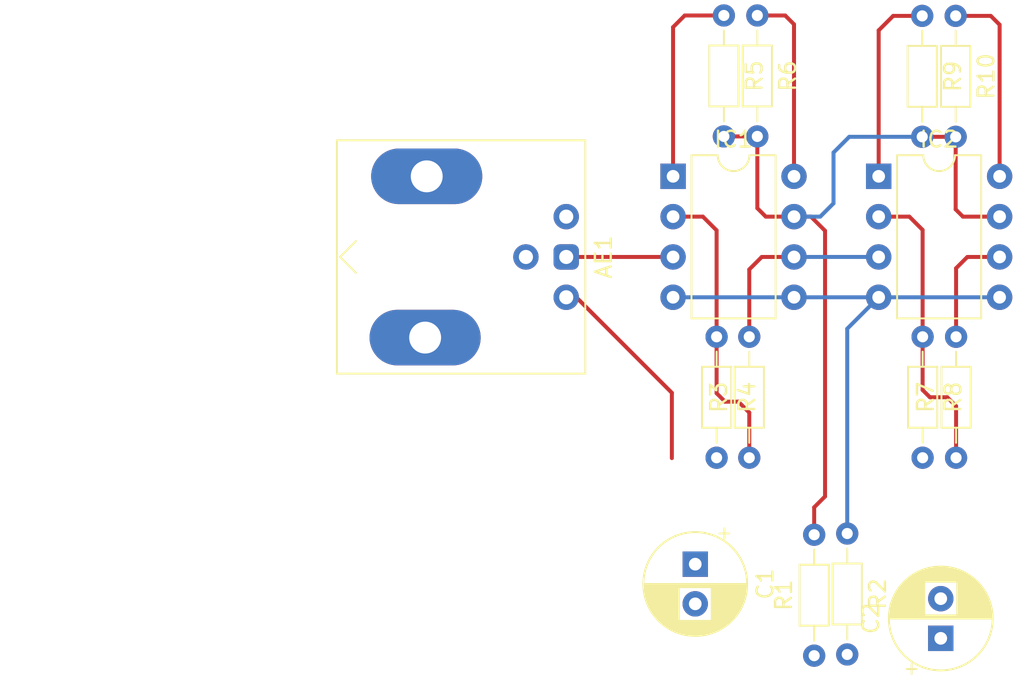
<source format=kicad_pcb>
(kicad_pcb (version 20171130) (host pcbnew 5.1.9)

  (general
    (thickness 1.6)
    (drawings 0)
    (tracks 63)
    (zones 0)
    (modules 15)
    (nets 13)
  )

  (page A4)
  (layers
    (0 F.Cu signal)
    (31 B.Cu signal)
    (32 B.Adhes user)
    (33 F.Adhes user)
    (34 B.Paste user)
    (35 F.Paste user)
    (36 B.SilkS user)
    (37 F.SilkS user)
    (38 B.Mask user)
    (39 F.Mask user)
    (40 Dwgs.User user)
    (41 Cmts.User user)
    (42 Eco1.User user)
    (43 Eco2.User user)
    (44 Edge.Cuts user)
    (45 Margin user)
    (46 B.CrtYd user)
    (47 F.CrtYd user)
    (48 B.Fab user)
    (49 F.Fab user)
  )

  (setup
    (last_trace_width 0.25)
    (trace_clearance 0.2)
    (zone_clearance 0.3)
    (zone_45_only no)
    (trace_min 0.2)
    (via_size 0.8)
    (via_drill 0.4)
    (via_min_size 0.4)
    (via_min_drill 0.3)
    (uvia_size 0.3)
    (uvia_drill 0.1)
    (uvias_allowed no)
    (uvia_min_size 0.2)
    (uvia_min_drill 0.1)
    (edge_width 0.05)
    (segment_width 0.2)
    (pcb_text_width 0.3)
    (pcb_text_size 1.5 1.5)
    (mod_edge_width 0.12)
    (mod_text_size 1 1)
    (mod_text_width 0.15)
    (pad_size 1.524 1.524)
    (pad_drill 0.762)
    (pad_to_mask_clearance 0)
    (aux_axis_origin 0 0)
    (visible_elements FFFFFFFF)
    (pcbplotparams
      (layerselection 0x010fc_ffffffff)
      (usegerberextensions false)
      (usegerberattributes true)
      (usegerberadvancedattributes true)
      (creategerberjobfile true)
      (excludeedgelayer true)
      (linewidth 0.100000)
      (plotframeref false)
      (viasonmask false)
      (mode 1)
      (useauxorigin false)
      (hpglpennumber 1)
      (hpglpenspeed 20)
      (hpglpendiameter 15.000000)
      (psnegative false)
      (psa4output false)
      (plotreference true)
      (plotvalue true)
      (plotinvisibletext false)
      (padsonsilk false)
      (subtractmaskfromsilk false)
      (outputformat 1)
      (mirror false)
      (drillshape 1)
      (scaleselection 1)
      (outputdirectory ""))
  )

  (net 0 "")
  (net 1 Signal_GND)
  (net 2 "Net-(AE1-Pad1)")
  (net 3 VCC)
  (net 4 GND)
  (net 5 "Net-(IC1-Pad8)")
  (net 6 "Net-(IC1-Pad6)")
  (net 7 "Net-(IC1-Pad2)")
  (net 8 "Net-(IC1-Pad1)")
  (net 9 "Net-(IC2-Pad8)")
  (net 10 Signal_OUT)
  (net 11 "Net-(IC2-Pad2)")
  (net 12 "Net-(IC2-Pad1)")

  (net_class Default "This is the default net class."
    (clearance 0.2)
    (trace_width 0.25)
    (via_dia 0.8)
    (via_drill 0.4)
    (uvia_dia 0.3)
    (uvia_drill 0.1)
    (add_net GND)
    (add_net "Net-(AE1-Pad1)")
    (add_net "Net-(IC1-Pad1)")
    (add_net "Net-(IC1-Pad2)")
    (add_net "Net-(IC1-Pad6)")
    (add_net "Net-(IC1-Pad8)")
    (add_net "Net-(IC2-Pad1)")
    (add_net "Net-(IC2-Pad2)")
    (add_net "Net-(IC2-Pad8)")
    (add_net Signal_GND)
    (add_net Signal_OUT)
    (add_net VCC)
  )

  (module Package_DIP:DIP-8_W7.62mm (layer F.Cu) (tedit 5A02E8C5) (tstamp 6031B9E2)
    (at 219.1766 123.6726)
    (descr "8-lead though-hole mounted DIP package, row spacing 7.62 mm (300 mils)")
    (tags "THT DIP DIL PDIP 2.54mm 7.62mm 300mil")
    (path /600D6511)
    (fp_text reference IC1 (at 3.81 -2.33) (layer F.SilkS)
      (effects (font (size 1 1) (thickness 0.15)))
    )
    (fp_text value OP27 (at 3.81 9.95) (layer F.Fab)
      (effects (font (size 1 1) (thickness 0.15)))
    )
    (fp_line (start 8.7 -1.55) (end -1.1 -1.55) (layer F.CrtYd) (width 0.05))
    (fp_line (start 8.7 9.15) (end 8.7 -1.55) (layer F.CrtYd) (width 0.05))
    (fp_line (start -1.1 9.15) (end 8.7 9.15) (layer F.CrtYd) (width 0.05))
    (fp_line (start -1.1 -1.55) (end -1.1 9.15) (layer F.CrtYd) (width 0.05))
    (fp_line (start 6.46 -1.33) (end 4.81 -1.33) (layer F.SilkS) (width 0.12))
    (fp_line (start 6.46 8.95) (end 6.46 -1.33) (layer F.SilkS) (width 0.12))
    (fp_line (start 1.16 8.95) (end 6.46 8.95) (layer F.SilkS) (width 0.12))
    (fp_line (start 1.16 -1.33) (end 1.16 8.95) (layer F.SilkS) (width 0.12))
    (fp_line (start 2.81 -1.33) (end 1.16 -1.33) (layer F.SilkS) (width 0.12))
    (fp_line (start 0.635 -0.27) (end 1.635 -1.27) (layer F.Fab) (width 0.1))
    (fp_line (start 0.635 8.89) (end 0.635 -0.27) (layer F.Fab) (width 0.1))
    (fp_line (start 6.985 8.89) (end 0.635 8.89) (layer F.Fab) (width 0.1))
    (fp_line (start 6.985 -1.27) (end 6.985 8.89) (layer F.Fab) (width 0.1))
    (fp_line (start 1.635 -1.27) (end 6.985 -1.27) (layer F.Fab) (width 0.1))
    (fp_text user %R (at 3.81 3.81) (layer F.Fab)
      (effects (font (size 1 1) (thickness 0.15)))
    )
    (fp_arc (start 3.81 -1.33) (end 2.81 -1.33) (angle -180) (layer F.SilkS) (width 0.12))
    (pad 8 thru_hole oval (at 7.62 0) (size 1.6 1.6) (drill 0.8) (layers *.Cu *.Mask)
      (net 5 "Net-(IC1-Pad8)"))
    (pad 4 thru_hole oval (at 0 7.62) (size 1.6 1.6) (drill 0.8) (layers *.Cu *.Mask)
      (net 4 GND))
    (pad 7 thru_hole oval (at 7.62 2.54) (size 1.6 1.6) (drill 0.8) (layers *.Cu *.Mask)
      (net 3 VCC))
    (pad 3 thru_hole oval (at 0 5.08) (size 1.6 1.6) (drill 0.8) (layers *.Cu *.Mask)
      (net 2 "Net-(AE1-Pad1)"))
    (pad 6 thru_hole oval (at 7.62 5.08) (size 1.6 1.6) (drill 0.8) (layers *.Cu *.Mask)
      (net 6 "Net-(IC1-Pad6)"))
    (pad 2 thru_hole oval (at 0 2.54) (size 1.6 1.6) (drill 0.8) (layers *.Cu *.Mask)
      (net 7 "Net-(IC1-Pad2)"))
    (pad 5 thru_hole oval (at 7.62 7.62) (size 1.6 1.6) (drill 0.8) (layers *.Cu *.Mask)
      (net 4 GND))
    (pad 1 thru_hole rect (at 0 0) (size 1.6 1.6) (drill 0.8) (layers *.Cu *.Mask)
      (net 8 "Net-(IC1-Pad1)"))
    (model ${KISYS3DMOD}/Package_DIP.3dshapes/DIP-8_W7.62mm.wrl
      (at (xyz 0 0 0))
      (scale (xyz 1 1 1))
      (rotate (xyz 0 0 0))
    )
  )

  (module Package_DIP:DIP-8_W7.62mm (layer F.Cu) (tedit 5A02E8C5) (tstamp 6031F3D2)
    (at 232.1306 123.6726)
    (descr "8-lead though-hole mounted DIP package, row spacing 7.62 mm (300 mils)")
    (tags "THT DIP DIL PDIP 2.54mm 7.62mm 300mil")
    (path /600ED051)
    (fp_text reference IC2 (at 3.81 -2.33) (layer F.SilkS)
      (effects (font (size 1 1) (thickness 0.15)))
    )
    (fp_text value OP27 (at 3.81 9.95) (layer F.Fab)
      (effects (font (size 1 1) (thickness 0.15)))
    )
    (fp_line (start 8.7 -1.55) (end -1.1 -1.55) (layer F.CrtYd) (width 0.05))
    (fp_line (start 8.7 9.15) (end 8.7 -1.55) (layer F.CrtYd) (width 0.05))
    (fp_line (start -1.1 9.15) (end 8.7 9.15) (layer F.CrtYd) (width 0.05))
    (fp_line (start -1.1 -1.55) (end -1.1 9.15) (layer F.CrtYd) (width 0.05))
    (fp_line (start 6.46 -1.33) (end 4.81 -1.33) (layer F.SilkS) (width 0.12))
    (fp_line (start 6.46 8.95) (end 6.46 -1.33) (layer F.SilkS) (width 0.12))
    (fp_line (start 1.16 8.95) (end 6.46 8.95) (layer F.SilkS) (width 0.12))
    (fp_line (start 1.16 -1.33) (end 1.16 8.95) (layer F.SilkS) (width 0.12))
    (fp_line (start 2.81 -1.33) (end 1.16 -1.33) (layer F.SilkS) (width 0.12))
    (fp_line (start 0.635 -0.27) (end 1.635 -1.27) (layer F.Fab) (width 0.1))
    (fp_line (start 0.635 8.89) (end 0.635 -0.27) (layer F.Fab) (width 0.1))
    (fp_line (start 6.985 8.89) (end 0.635 8.89) (layer F.Fab) (width 0.1))
    (fp_line (start 6.985 -1.27) (end 6.985 8.89) (layer F.Fab) (width 0.1))
    (fp_line (start 1.635 -1.27) (end 6.985 -1.27) (layer F.Fab) (width 0.1))
    (fp_text user %R (at 3.81 3.81) (layer F.Fab)
      (effects (font (size 1 1) (thickness 0.15)))
    )
    (fp_arc (start 3.81 -1.33) (end 2.81 -1.33) (angle -180) (layer F.SilkS) (width 0.12))
    (pad 8 thru_hole oval (at 7.62 0) (size 1.6 1.6) (drill 0.8) (layers *.Cu *.Mask)
      (net 9 "Net-(IC2-Pad8)"))
    (pad 4 thru_hole oval (at 0 7.62) (size 1.6 1.6) (drill 0.8) (layers *.Cu *.Mask)
      (net 4 GND))
    (pad 7 thru_hole oval (at 7.62 2.54) (size 1.6 1.6) (drill 0.8) (layers *.Cu *.Mask)
      (net 3 VCC))
    (pad 3 thru_hole oval (at 0 5.08) (size 1.6 1.6) (drill 0.8) (layers *.Cu *.Mask)
      (net 6 "Net-(IC1-Pad6)"))
    (pad 6 thru_hole oval (at 7.62 5.08) (size 1.6 1.6) (drill 0.8) (layers *.Cu *.Mask)
      (net 10 Signal_OUT))
    (pad 2 thru_hole oval (at 0 2.54) (size 1.6 1.6) (drill 0.8) (layers *.Cu *.Mask)
      (net 11 "Net-(IC2-Pad2)"))
    (pad 5 thru_hole oval (at 7.62 7.62) (size 1.6 1.6) (drill 0.8) (layers *.Cu *.Mask)
      (net 4 GND))
    (pad 1 thru_hole rect (at 0 0) (size 1.6 1.6) (drill 0.8) (layers *.Cu *.Mask)
      (net 12 "Net-(IC2-Pad1)"))
    (model ${KISYS3DMOD}/Package_DIP.3dshapes/DIP-8_W7.62mm.wrl
      (at (xyz 0 0 0))
      (scale (xyz 1 1 1))
      (rotate (xyz 0 0 0))
    )
  )

  (module Resistor_THT:R_Axial_DIN0204_L3.6mm_D1.6mm_P7.62mm_Horizontal (layer F.Cu) (tedit 5AE5139B) (tstamp 6031BA71)
    (at 222.377 113.538 270)
    (descr "Resistor, Axial_DIN0204 series, Axial, Horizontal, pin pitch=7.62mm, 0.167W, length*diameter=3.6*1.6mm^2, http://cdn-reichelt.de/documents/datenblatt/B400/1_4W%23YAG.pdf")
    (tags "Resistor Axial_DIN0204 series Axial Horizontal pin pitch 7.62mm 0.167W length 3.6mm diameter 1.6mm")
    (path /60125FD6)
    (fp_text reference R5 (at 3.81 -1.92 90) (layer F.SilkS)
      (effects (font (size 1 1) (thickness 0.15)))
    )
    (fp_text value 5k (at 3.81 1.92 90) (layer F.Fab)
      (effects (font (size 1 1) (thickness 0.15)))
    )
    (fp_line (start 8.57 -1.05) (end -0.95 -1.05) (layer F.CrtYd) (width 0.05))
    (fp_line (start 8.57 1.05) (end 8.57 -1.05) (layer F.CrtYd) (width 0.05))
    (fp_line (start -0.95 1.05) (end 8.57 1.05) (layer F.CrtYd) (width 0.05))
    (fp_line (start -0.95 -1.05) (end -0.95 1.05) (layer F.CrtYd) (width 0.05))
    (fp_line (start 6.68 0) (end 5.73 0) (layer F.SilkS) (width 0.12))
    (fp_line (start 0.94 0) (end 1.89 0) (layer F.SilkS) (width 0.12))
    (fp_line (start 5.73 -0.92) (end 1.89 -0.92) (layer F.SilkS) (width 0.12))
    (fp_line (start 5.73 0.92) (end 5.73 -0.92) (layer F.SilkS) (width 0.12))
    (fp_line (start 1.89 0.92) (end 5.73 0.92) (layer F.SilkS) (width 0.12))
    (fp_line (start 1.89 -0.92) (end 1.89 0.92) (layer F.SilkS) (width 0.12))
    (fp_line (start 7.62 0) (end 5.61 0) (layer F.Fab) (width 0.1))
    (fp_line (start 0 0) (end 2.01 0) (layer F.Fab) (width 0.1))
    (fp_line (start 5.61 -0.8) (end 2.01 -0.8) (layer F.Fab) (width 0.1))
    (fp_line (start 5.61 0.8) (end 5.61 -0.8) (layer F.Fab) (width 0.1))
    (fp_line (start 2.01 0.8) (end 5.61 0.8) (layer F.Fab) (width 0.1))
    (fp_line (start 2.01 -0.8) (end 2.01 0.8) (layer F.Fab) (width 0.1))
    (fp_text user %R (at 3.81 0 90) (layer F.Fab)
      (effects (font (size 0.72 0.72) (thickness 0.108)))
    )
    (pad 2 thru_hole oval (at 7.62 0 270) (size 1.4 1.4) (drill 0.7) (layers *.Cu *.Mask)
      (net 3 VCC))
    (pad 1 thru_hole circle (at 0 0 270) (size 1.4 1.4) (drill 0.7) (layers *.Cu *.Mask)
      (net 8 "Net-(IC1-Pad1)"))
    (model ${KISYS3DMOD}/Resistor_THT.3dshapes/R_Axial_DIN0204_L3.6mm_D1.6mm_P7.62mm_Horizontal.wrl
      (at (xyz 0 0 0))
      (scale (xyz 1 1 1))
      (rotate (xyz 0 0 0))
    )
  )

  (module Resistor_THT:R_Axial_DIN0204_L3.6mm_D1.6mm_P7.62mm_Horizontal (layer F.Cu) (tedit 5AE5139B) (tstamp 6031BAE4)
    (at 236.982 113.5634 270)
    (descr "Resistor, Axial_DIN0204 series, Axial, Horizontal, pin pitch=7.62mm, 0.167W, length*diameter=3.6*1.6mm^2, http://cdn-reichelt.de/documents/datenblatt/B400/1_4W%23YAG.pdf")
    (tags "Resistor Axial_DIN0204 series Axial Horizontal pin pitch 7.62mm 0.167W length 3.6mm diameter 1.6mm")
    (path /6012E6F5)
    (fp_text reference R10 (at 3.81 -1.92 90) (layer F.SilkS)
      (effects (font (size 1 1) (thickness 0.15)))
    )
    (fp_text value 5k (at 3.81 1.92 90) (layer F.Fab)
      (effects (font (size 1 1) (thickness 0.15)))
    )
    (fp_line (start 8.57 -1.05) (end -0.95 -1.05) (layer F.CrtYd) (width 0.05))
    (fp_line (start 8.57 1.05) (end 8.57 -1.05) (layer F.CrtYd) (width 0.05))
    (fp_line (start -0.95 1.05) (end 8.57 1.05) (layer F.CrtYd) (width 0.05))
    (fp_line (start -0.95 -1.05) (end -0.95 1.05) (layer F.CrtYd) (width 0.05))
    (fp_line (start 6.68 0) (end 5.73 0) (layer F.SilkS) (width 0.12))
    (fp_line (start 0.94 0) (end 1.89 0) (layer F.SilkS) (width 0.12))
    (fp_line (start 5.73 -0.92) (end 1.89 -0.92) (layer F.SilkS) (width 0.12))
    (fp_line (start 5.73 0.92) (end 5.73 -0.92) (layer F.SilkS) (width 0.12))
    (fp_line (start 1.89 0.92) (end 5.73 0.92) (layer F.SilkS) (width 0.12))
    (fp_line (start 1.89 -0.92) (end 1.89 0.92) (layer F.SilkS) (width 0.12))
    (fp_line (start 7.62 0) (end 5.61 0) (layer F.Fab) (width 0.1))
    (fp_line (start 0 0) (end 2.01 0) (layer F.Fab) (width 0.1))
    (fp_line (start 5.61 -0.8) (end 2.01 -0.8) (layer F.Fab) (width 0.1))
    (fp_line (start 5.61 0.8) (end 5.61 -0.8) (layer F.Fab) (width 0.1))
    (fp_line (start 2.01 0.8) (end 5.61 0.8) (layer F.Fab) (width 0.1))
    (fp_line (start 2.01 -0.8) (end 2.01 0.8) (layer F.Fab) (width 0.1))
    (fp_text user %R (at 3.81 0 90) (layer F.Fab)
      (effects (font (size 0.72 0.72) (thickness 0.108)))
    )
    (pad 2 thru_hole oval (at 7.62 0 270) (size 1.4 1.4) (drill 0.7) (layers *.Cu *.Mask)
      (net 3 VCC))
    (pad 1 thru_hole circle (at 0 0 270) (size 1.4 1.4) (drill 0.7) (layers *.Cu *.Mask)
      (net 9 "Net-(IC2-Pad8)"))
    (model ${KISYS3DMOD}/Resistor_THT.3dshapes/R_Axial_DIN0204_L3.6mm_D1.6mm_P7.62mm_Horizontal.wrl
      (at (xyz 0 0 0))
      (scale (xyz 1 1 1))
      (rotate (xyz 0 0 0))
    )
  )

  (module Resistor_THT:R_Axial_DIN0204_L3.6mm_D1.6mm_P7.62mm_Horizontal (layer F.Cu) (tedit 5AE5139B) (tstamp 6031BACD)
    (at 234.8738 113.5634 270)
    (descr "Resistor, Axial_DIN0204 series, Axial, Horizontal, pin pitch=7.62mm, 0.167W, length*diameter=3.6*1.6mm^2, http://cdn-reichelt.de/documents/datenblatt/B400/1_4W%23YAG.pdf")
    (tags "Resistor Axial_DIN0204 series Axial Horizontal pin pitch 7.62mm 0.167W length 3.6mm diameter 1.6mm")
    (path /6012E6FB)
    (fp_text reference R9 (at 3.81 -1.92 90) (layer F.SilkS)
      (effects (font (size 1 1) (thickness 0.15)))
    )
    (fp_text value 5k (at 3.81 1.92 90) (layer F.Fab)
      (effects (font (size 1 1) (thickness 0.15)))
    )
    (fp_line (start 8.57 -1.05) (end -0.95 -1.05) (layer F.CrtYd) (width 0.05))
    (fp_line (start 8.57 1.05) (end 8.57 -1.05) (layer F.CrtYd) (width 0.05))
    (fp_line (start -0.95 1.05) (end 8.57 1.05) (layer F.CrtYd) (width 0.05))
    (fp_line (start -0.95 -1.05) (end -0.95 1.05) (layer F.CrtYd) (width 0.05))
    (fp_line (start 6.68 0) (end 5.73 0) (layer F.SilkS) (width 0.12))
    (fp_line (start 0.94 0) (end 1.89 0) (layer F.SilkS) (width 0.12))
    (fp_line (start 5.73 -0.92) (end 1.89 -0.92) (layer F.SilkS) (width 0.12))
    (fp_line (start 5.73 0.92) (end 5.73 -0.92) (layer F.SilkS) (width 0.12))
    (fp_line (start 1.89 0.92) (end 5.73 0.92) (layer F.SilkS) (width 0.12))
    (fp_line (start 1.89 -0.92) (end 1.89 0.92) (layer F.SilkS) (width 0.12))
    (fp_line (start 7.62 0) (end 5.61 0) (layer F.Fab) (width 0.1))
    (fp_line (start 0 0) (end 2.01 0) (layer F.Fab) (width 0.1))
    (fp_line (start 5.61 -0.8) (end 2.01 -0.8) (layer F.Fab) (width 0.1))
    (fp_line (start 5.61 0.8) (end 5.61 -0.8) (layer F.Fab) (width 0.1))
    (fp_line (start 2.01 0.8) (end 5.61 0.8) (layer F.Fab) (width 0.1))
    (fp_line (start 2.01 -0.8) (end 2.01 0.8) (layer F.Fab) (width 0.1))
    (fp_text user %R (at 3.81 0 90) (layer F.Fab)
      (effects (font (size 0.72 0.72) (thickness 0.108)))
    )
    (pad 2 thru_hole oval (at 7.62 0 270) (size 1.4 1.4) (drill 0.7) (layers *.Cu *.Mask)
      (net 3 VCC))
    (pad 1 thru_hole circle (at 0 0 270) (size 1.4 1.4) (drill 0.7) (layers *.Cu *.Mask)
      (net 12 "Net-(IC2-Pad1)"))
    (model ${KISYS3DMOD}/Resistor_THT.3dshapes/R_Axial_DIN0204_L3.6mm_D1.6mm_P7.62mm_Horizontal.wrl
      (at (xyz 0 0 0))
      (scale (xyz 1 1 1))
      (rotate (xyz 0 0 0))
    )
  )

  (module Resistor_THT:R_Axial_DIN0204_L3.6mm_D1.6mm_P7.62mm_Horizontal (layer F.Cu) (tedit 5AE5139B) (tstamp 6031BAB6)
    (at 234.8992 133.7818 270)
    (descr "Resistor, Axial_DIN0204 series, Axial, Horizontal, pin pitch=7.62mm, 0.167W, length*diameter=3.6*1.6mm^2, http://cdn-reichelt.de/documents/datenblatt/B400/1_4W%23YAG.pdf")
    (tags "Resistor Axial_DIN0204 series Axial Horizontal pin pitch 7.62mm 0.167W length 3.6mm diameter 1.6mm")
    (path /600ED045)
    (fp_text reference R8 (at 3.81 -1.92 90) (layer F.SilkS)
      (effects (font (size 1 1) (thickness 0.15)))
    )
    (fp_text value 2.2k (at 3.81 1.92 90) (layer F.Fab)
      (effects (font (size 1 1) (thickness 0.15)))
    )
    (fp_line (start 8.57 -1.05) (end -0.95 -1.05) (layer F.CrtYd) (width 0.05))
    (fp_line (start 8.57 1.05) (end 8.57 -1.05) (layer F.CrtYd) (width 0.05))
    (fp_line (start -0.95 1.05) (end 8.57 1.05) (layer F.CrtYd) (width 0.05))
    (fp_line (start -0.95 -1.05) (end -0.95 1.05) (layer F.CrtYd) (width 0.05))
    (fp_line (start 6.68 0) (end 5.73 0) (layer F.SilkS) (width 0.12))
    (fp_line (start 0.94 0) (end 1.89 0) (layer F.SilkS) (width 0.12))
    (fp_line (start 5.73 -0.92) (end 1.89 -0.92) (layer F.SilkS) (width 0.12))
    (fp_line (start 5.73 0.92) (end 5.73 -0.92) (layer F.SilkS) (width 0.12))
    (fp_line (start 1.89 0.92) (end 5.73 0.92) (layer F.SilkS) (width 0.12))
    (fp_line (start 1.89 -0.92) (end 1.89 0.92) (layer F.SilkS) (width 0.12))
    (fp_line (start 7.62 0) (end 5.61 0) (layer F.Fab) (width 0.1))
    (fp_line (start 0 0) (end 2.01 0) (layer F.Fab) (width 0.1))
    (fp_line (start 5.61 -0.8) (end 2.01 -0.8) (layer F.Fab) (width 0.1))
    (fp_line (start 5.61 0.8) (end 5.61 -0.8) (layer F.Fab) (width 0.1))
    (fp_line (start 2.01 0.8) (end 5.61 0.8) (layer F.Fab) (width 0.1))
    (fp_line (start 2.01 -0.8) (end 2.01 0.8) (layer F.Fab) (width 0.1))
    (fp_text user %R (at 3.81 0 90) (layer F.Fab)
      (effects (font (size 0.72 0.72) (thickness 0.108)))
    )
    (pad 2 thru_hole oval (at 7.62 0 270) (size 1.4 1.4) (drill 0.7) (layers *.Cu *.Mask)
      (net 1 Signal_GND))
    (pad 1 thru_hole circle (at 0 0 270) (size 1.4 1.4) (drill 0.7) (layers *.Cu *.Mask)
      (net 11 "Net-(IC2-Pad2)"))
    (model ${KISYS3DMOD}/Resistor_THT.3dshapes/R_Axial_DIN0204_L3.6mm_D1.6mm_P7.62mm_Horizontal.wrl
      (at (xyz 0 0 0))
      (scale (xyz 1 1 1))
      (rotate (xyz 0 0 0))
    )
  )

  (module Resistor_THT:R_Axial_DIN0204_L3.6mm_D1.6mm_P7.62mm_Horizontal (layer F.Cu) (tedit 5AE5139B) (tstamp 6031BA9F)
    (at 237.0074 141.4018 90)
    (descr "Resistor, Axial_DIN0204 series, Axial, Horizontal, pin pitch=7.62mm, 0.167W, length*diameter=3.6*1.6mm^2, http://cdn-reichelt.de/documents/datenblatt/B400/1_4W%23YAG.pdf")
    (tags "Resistor Axial_DIN0204 series Axial Horizontal pin pitch 7.62mm 0.167W length 3.6mm diameter 1.6mm")
    (path /600ED04B)
    (fp_text reference R7 (at 3.81 -1.92 90) (layer F.SilkS)
      (effects (font (size 1 1) (thickness 0.15)))
    )
    (fp_text value 47k (at 3.81 1.92 90) (layer F.Fab)
      (effects (font (size 1 1) (thickness 0.15)))
    )
    (fp_line (start 8.57 -1.05) (end -0.95 -1.05) (layer F.CrtYd) (width 0.05))
    (fp_line (start 8.57 1.05) (end 8.57 -1.05) (layer F.CrtYd) (width 0.05))
    (fp_line (start -0.95 1.05) (end 8.57 1.05) (layer F.CrtYd) (width 0.05))
    (fp_line (start -0.95 -1.05) (end -0.95 1.05) (layer F.CrtYd) (width 0.05))
    (fp_line (start 6.68 0) (end 5.73 0) (layer F.SilkS) (width 0.12))
    (fp_line (start 0.94 0) (end 1.89 0) (layer F.SilkS) (width 0.12))
    (fp_line (start 5.73 -0.92) (end 1.89 -0.92) (layer F.SilkS) (width 0.12))
    (fp_line (start 5.73 0.92) (end 5.73 -0.92) (layer F.SilkS) (width 0.12))
    (fp_line (start 1.89 0.92) (end 5.73 0.92) (layer F.SilkS) (width 0.12))
    (fp_line (start 1.89 -0.92) (end 1.89 0.92) (layer F.SilkS) (width 0.12))
    (fp_line (start 7.62 0) (end 5.61 0) (layer F.Fab) (width 0.1))
    (fp_line (start 0 0) (end 2.01 0) (layer F.Fab) (width 0.1))
    (fp_line (start 5.61 -0.8) (end 2.01 -0.8) (layer F.Fab) (width 0.1))
    (fp_line (start 5.61 0.8) (end 5.61 -0.8) (layer F.Fab) (width 0.1))
    (fp_line (start 2.01 0.8) (end 5.61 0.8) (layer F.Fab) (width 0.1))
    (fp_line (start 2.01 -0.8) (end 2.01 0.8) (layer F.Fab) (width 0.1))
    (fp_text user %R (at 3.81 0 90) (layer F.Fab)
      (effects (font (size 0.72 0.72) (thickness 0.108)))
    )
    (pad 2 thru_hole oval (at 7.62 0 90) (size 1.4 1.4) (drill 0.7) (layers *.Cu *.Mask)
      (net 10 Signal_OUT))
    (pad 1 thru_hole circle (at 0 0 90) (size 1.4 1.4) (drill 0.7) (layers *.Cu *.Mask)
      (net 11 "Net-(IC2-Pad2)"))
    (model ${KISYS3DMOD}/Resistor_THT.3dshapes/R_Axial_DIN0204_L3.6mm_D1.6mm_P7.62mm_Horizontal.wrl
      (at (xyz 0 0 0))
      (scale (xyz 1 1 1))
      (rotate (xyz 0 0 0))
    )
  )

  (module Resistor_THT:R_Axial_DIN0204_L3.6mm_D1.6mm_P7.62mm_Horizontal (layer F.Cu) (tedit 5AE5139B) (tstamp 6031BA88)
    (at 224.4852 113.538 270)
    (descr "Resistor, Axial_DIN0204 series, Axial, Horizontal, pin pitch=7.62mm, 0.167W, length*diameter=3.6*1.6mm^2, http://cdn-reichelt.de/documents/datenblatt/B400/1_4W%23YAG.pdf")
    (tags "Resistor Axial_DIN0204 series Axial Horizontal pin pitch 7.62mm 0.167W length 3.6mm diameter 1.6mm")
    (path /60123D54)
    (fp_text reference R6 (at 3.81 -1.92 90) (layer F.SilkS)
      (effects (font (size 1 1) (thickness 0.15)))
    )
    (fp_text value 5k (at 3.81 1.92 90) (layer F.Fab)
      (effects (font (size 1 1) (thickness 0.15)))
    )
    (fp_line (start 8.57 -1.05) (end -0.95 -1.05) (layer F.CrtYd) (width 0.05))
    (fp_line (start 8.57 1.05) (end 8.57 -1.05) (layer F.CrtYd) (width 0.05))
    (fp_line (start -0.95 1.05) (end 8.57 1.05) (layer F.CrtYd) (width 0.05))
    (fp_line (start -0.95 -1.05) (end -0.95 1.05) (layer F.CrtYd) (width 0.05))
    (fp_line (start 6.68 0) (end 5.73 0) (layer F.SilkS) (width 0.12))
    (fp_line (start 0.94 0) (end 1.89 0) (layer F.SilkS) (width 0.12))
    (fp_line (start 5.73 -0.92) (end 1.89 -0.92) (layer F.SilkS) (width 0.12))
    (fp_line (start 5.73 0.92) (end 5.73 -0.92) (layer F.SilkS) (width 0.12))
    (fp_line (start 1.89 0.92) (end 5.73 0.92) (layer F.SilkS) (width 0.12))
    (fp_line (start 1.89 -0.92) (end 1.89 0.92) (layer F.SilkS) (width 0.12))
    (fp_line (start 7.62 0) (end 5.61 0) (layer F.Fab) (width 0.1))
    (fp_line (start 0 0) (end 2.01 0) (layer F.Fab) (width 0.1))
    (fp_line (start 5.61 -0.8) (end 2.01 -0.8) (layer F.Fab) (width 0.1))
    (fp_line (start 5.61 0.8) (end 5.61 -0.8) (layer F.Fab) (width 0.1))
    (fp_line (start 2.01 0.8) (end 5.61 0.8) (layer F.Fab) (width 0.1))
    (fp_line (start 2.01 -0.8) (end 2.01 0.8) (layer F.Fab) (width 0.1))
    (fp_text user %R (at 3.81 0 90) (layer F.Fab)
      (effects (font (size 0.72 0.72) (thickness 0.108)))
    )
    (pad 2 thru_hole oval (at 7.62 0 270) (size 1.4 1.4) (drill 0.7) (layers *.Cu *.Mask)
      (net 3 VCC))
    (pad 1 thru_hole circle (at 0 0 270) (size 1.4 1.4) (drill 0.7) (layers *.Cu *.Mask)
      (net 5 "Net-(IC1-Pad8)"))
    (model ${KISYS3DMOD}/Resistor_THT.3dshapes/R_Axial_DIN0204_L3.6mm_D1.6mm_P7.62mm_Horizontal.wrl
      (at (xyz 0 0 0))
      (scale (xyz 1 1 1))
      (rotate (xyz 0 0 0))
    )
  )

  (module Resistor_THT:R_Axial_DIN0204_L3.6mm_D1.6mm_P7.62mm_Horizontal (layer F.Cu) (tedit 5AE5139B) (tstamp 6031F9F1)
    (at 221.9198 133.7818 270)
    (descr "Resistor, Axial_DIN0204 series, Axial, Horizontal, pin pitch=7.62mm, 0.167W, length*diameter=3.6*1.6mm^2, http://cdn-reichelt.de/documents/datenblatt/B400/1_4W%23YAG.pdf")
    (tags "Resistor Axial_DIN0204 series Axial Horizontal pin pitch 7.62mm 0.167W length 3.6mm diameter 1.6mm")
    (path /600D98F7)
    (fp_text reference R4 (at 3.81 -1.92 90) (layer F.SilkS)
      (effects (font (size 1 1) (thickness 0.15)))
    )
    (fp_text value 2.2k (at 3.81 1.92 90) (layer F.Fab)
      (effects (font (size 1 1) (thickness 0.15)))
    )
    (fp_line (start 8.57 -1.05) (end -0.95 -1.05) (layer F.CrtYd) (width 0.05))
    (fp_line (start 8.57 1.05) (end 8.57 -1.05) (layer F.CrtYd) (width 0.05))
    (fp_line (start -0.95 1.05) (end 8.57 1.05) (layer F.CrtYd) (width 0.05))
    (fp_line (start -0.95 -1.05) (end -0.95 1.05) (layer F.CrtYd) (width 0.05))
    (fp_line (start 6.68 0) (end 5.73 0) (layer F.SilkS) (width 0.12))
    (fp_line (start 0.94 0) (end 1.89 0) (layer F.SilkS) (width 0.12))
    (fp_line (start 5.73 -0.92) (end 1.89 -0.92) (layer F.SilkS) (width 0.12))
    (fp_line (start 5.73 0.92) (end 5.73 -0.92) (layer F.SilkS) (width 0.12))
    (fp_line (start 1.89 0.92) (end 5.73 0.92) (layer F.SilkS) (width 0.12))
    (fp_line (start 1.89 -0.92) (end 1.89 0.92) (layer F.SilkS) (width 0.12))
    (fp_line (start 7.62 0) (end 5.61 0) (layer F.Fab) (width 0.1))
    (fp_line (start 0 0) (end 2.01 0) (layer F.Fab) (width 0.1))
    (fp_line (start 5.61 -0.8) (end 2.01 -0.8) (layer F.Fab) (width 0.1))
    (fp_line (start 5.61 0.8) (end 5.61 -0.8) (layer F.Fab) (width 0.1))
    (fp_line (start 2.01 0.8) (end 5.61 0.8) (layer F.Fab) (width 0.1))
    (fp_line (start 2.01 -0.8) (end 2.01 0.8) (layer F.Fab) (width 0.1))
    (fp_text user %R (at 3.81 0 90) (layer F.Fab)
      (effects (font (size 0.72 0.72) (thickness 0.108)))
    )
    (pad 2 thru_hole oval (at 7.62 0 270) (size 1.4 1.4) (drill 0.7) (layers *.Cu *.Mask)
      (net 1 Signal_GND))
    (pad 1 thru_hole circle (at 0 0 270) (size 1.4 1.4) (drill 0.7) (layers *.Cu *.Mask)
      (net 7 "Net-(IC1-Pad2)"))
    (model ${KISYS3DMOD}/Resistor_THT.3dshapes/R_Axial_DIN0204_L3.6mm_D1.6mm_P7.62mm_Horizontal.wrl
      (at (xyz 0 0 0))
      (scale (xyz 1 1 1))
      (rotate (xyz 0 0 0))
    )
  )

  (module Resistor_THT:R_Axial_DIN0204_L3.6mm_D1.6mm_P7.62mm_Horizontal (layer F.Cu) (tedit 5AE5139B) (tstamp 6031F9AF)
    (at 223.9772 141.4018 90)
    (descr "Resistor, Axial_DIN0204 series, Axial, Horizontal, pin pitch=7.62mm, 0.167W, length*diameter=3.6*1.6mm^2, http://cdn-reichelt.de/documents/datenblatt/B400/1_4W%23YAG.pdf")
    (tags "Resistor Axial_DIN0204 series Axial Horizontal pin pitch 7.62mm 0.167W length 3.6mm diameter 1.6mm")
    (path /600DA0E5)
    (fp_text reference R3 (at 3.81 -1.92 90) (layer F.SilkS)
      (effects (font (size 1 1) (thickness 0.15)))
    )
    (fp_text value 47k (at 3.81 1.92 90) (layer F.Fab)
      (effects (font (size 1 1) (thickness 0.15)))
    )
    (fp_line (start 8.57 -1.05) (end -0.95 -1.05) (layer F.CrtYd) (width 0.05))
    (fp_line (start 8.57 1.05) (end 8.57 -1.05) (layer F.CrtYd) (width 0.05))
    (fp_line (start -0.95 1.05) (end 8.57 1.05) (layer F.CrtYd) (width 0.05))
    (fp_line (start -0.95 -1.05) (end -0.95 1.05) (layer F.CrtYd) (width 0.05))
    (fp_line (start 6.68 0) (end 5.73 0) (layer F.SilkS) (width 0.12))
    (fp_line (start 0.94 0) (end 1.89 0) (layer F.SilkS) (width 0.12))
    (fp_line (start 5.73 -0.92) (end 1.89 -0.92) (layer F.SilkS) (width 0.12))
    (fp_line (start 5.73 0.92) (end 5.73 -0.92) (layer F.SilkS) (width 0.12))
    (fp_line (start 1.89 0.92) (end 5.73 0.92) (layer F.SilkS) (width 0.12))
    (fp_line (start 1.89 -0.92) (end 1.89 0.92) (layer F.SilkS) (width 0.12))
    (fp_line (start 7.62 0) (end 5.61 0) (layer F.Fab) (width 0.1))
    (fp_line (start 0 0) (end 2.01 0) (layer F.Fab) (width 0.1))
    (fp_line (start 5.61 -0.8) (end 2.01 -0.8) (layer F.Fab) (width 0.1))
    (fp_line (start 5.61 0.8) (end 5.61 -0.8) (layer F.Fab) (width 0.1))
    (fp_line (start 2.01 0.8) (end 5.61 0.8) (layer F.Fab) (width 0.1))
    (fp_line (start 2.01 -0.8) (end 2.01 0.8) (layer F.Fab) (width 0.1))
    (fp_text user %R (at 3.81 0 90) (layer F.Fab)
      (effects (font (size 0.72 0.72) (thickness 0.108)))
    )
    (pad 2 thru_hole oval (at 7.62 0 90) (size 1.4 1.4) (drill 0.7) (layers *.Cu *.Mask)
      (net 6 "Net-(IC1-Pad6)"))
    (pad 1 thru_hole circle (at 0 0 90) (size 1.4 1.4) (drill 0.7) (layers *.Cu *.Mask)
      (net 7 "Net-(IC1-Pad2)"))
    (model ${KISYS3DMOD}/Resistor_THT.3dshapes/R_Axial_DIN0204_L3.6mm_D1.6mm_P7.62mm_Horizontal.wrl
      (at (xyz 0 0 0))
      (scale (xyz 1 1 1))
      (rotate (xyz 0 0 0))
    )
  )

  (module Resistor_THT:R_Axial_DIN0204_L3.6mm_D1.6mm_P7.62mm_Horizontal (layer F.Cu) (tedit 5AE5139B) (tstamp 6031BA2C)
    (at 230.1494 146.177 270)
    (descr "Resistor, Axial_DIN0204 series, Axial, Horizontal, pin pitch=7.62mm, 0.167W, length*diameter=3.6*1.6mm^2, http://cdn-reichelt.de/documents/datenblatt/B400/1_4W%23YAG.pdf")
    (tags "Resistor Axial_DIN0204 series Axial Horizontal pin pitch 7.62mm 0.167W length 3.6mm diameter 1.6mm")
    (path /600DA432)
    (fp_text reference R2 (at 3.81 -1.92 90) (layer F.SilkS)
      (effects (font (size 1 1) (thickness 0.15)))
    )
    (fp_text value 100k (at 3.81 1.92 90) (layer F.Fab)
      (effects (font (size 1 1) (thickness 0.15)))
    )
    (fp_line (start 8.57 -1.05) (end -0.95 -1.05) (layer F.CrtYd) (width 0.05))
    (fp_line (start 8.57 1.05) (end 8.57 -1.05) (layer F.CrtYd) (width 0.05))
    (fp_line (start -0.95 1.05) (end 8.57 1.05) (layer F.CrtYd) (width 0.05))
    (fp_line (start -0.95 -1.05) (end -0.95 1.05) (layer F.CrtYd) (width 0.05))
    (fp_line (start 6.68 0) (end 5.73 0) (layer F.SilkS) (width 0.12))
    (fp_line (start 0.94 0) (end 1.89 0) (layer F.SilkS) (width 0.12))
    (fp_line (start 5.73 -0.92) (end 1.89 -0.92) (layer F.SilkS) (width 0.12))
    (fp_line (start 5.73 0.92) (end 5.73 -0.92) (layer F.SilkS) (width 0.12))
    (fp_line (start 1.89 0.92) (end 5.73 0.92) (layer F.SilkS) (width 0.12))
    (fp_line (start 1.89 -0.92) (end 1.89 0.92) (layer F.SilkS) (width 0.12))
    (fp_line (start 7.62 0) (end 5.61 0) (layer F.Fab) (width 0.1))
    (fp_line (start 0 0) (end 2.01 0) (layer F.Fab) (width 0.1))
    (fp_line (start 5.61 -0.8) (end 2.01 -0.8) (layer F.Fab) (width 0.1))
    (fp_line (start 5.61 0.8) (end 5.61 -0.8) (layer F.Fab) (width 0.1))
    (fp_line (start 2.01 0.8) (end 5.61 0.8) (layer F.Fab) (width 0.1))
    (fp_line (start 2.01 -0.8) (end 2.01 0.8) (layer F.Fab) (width 0.1))
    (fp_text user %R (at 3.81 0 90) (layer F.Fab)
      (effects (font (size 0.72 0.72) (thickness 0.108)))
    )
    (pad 2 thru_hole oval (at 7.62 0 270) (size 1.4 1.4) (drill 0.7) (layers *.Cu *.Mask)
      (net 1 Signal_GND))
    (pad 1 thru_hole circle (at 0 0 270) (size 1.4 1.4) (drill 0.7) (layers *.Cu *.Mask)
      (net 4 GND))
    (model ${KISYS3DMOD}/Resistor_THT.3dshapes/R_Axial_DIN0204_L3.6mm_D1.6mm_P7.62mm_Horizontal.wrl
      (at (xyz 0 0 0))
      (scale (xyz 1 1 1))
      (rotate (xyz 0 0 0))
    )
  )

  (module Resistor_THT:R_Axial_DIN0204_L3.6mm_D1.6mm_P7.62mm_Horizontal (layer F.Cu) (tedit 5AE5139B) (tstamp 6031BA15)
    (at 228.0666 153.8732 90)
    (descr "Resistor, Axial_DIN0204 series, Axial, Horizontal, pin pitch=7.62mm, 0.167W, length*diameter=3.6*1.6mm^2, http://cdn-reichelt.de/documents/datenblatt/B400/1_4W%23YAG.pdf")
    (tags "Resistor Axial_DIN0204 series Axial Horizontal pin pitch 7.62mm 0.167W length 3.6mm diameter 1.6mm")
    (path /600DA2BD)
    (fp_text reference R1 (at 3.81 -1.92 90) (layer F.SilkS)
      (effects (font (size 1 1) (thickness 0.15)))
    )
    (fp_text value 100k (at 3.81 1.92 90) (layer F.Fab)
      (effects (font (size 1 1) (thickness 0.15)))
    )
    (fp_line (start 8.57 -1.05) (end -0.95 -1.05) (layer F.CrtYd) (width 0.05))
    (fp_line (start 8.57 1.05) (end 8.57 -1.05) (layer F.CrtYd) (width 0.05))
    (fp_line (start -0.95 1.05) (end 8.57 1.05) (layer F.CrtYd) (width 0.05))
    (fp_line (start -0.95 -1.05) (end -0.95 1.05) (layer F.CrtYd) (width 0.05))
    (fp_line (start 6.68 0) (end 5.73 0) (layer F.SilkS) (width 0.12))
    (fp_line (start 0.94 0) (end 1.89 0) (layer F.SilkS) (width 0.12))
    (fp_line (start 5.73 -0.92) (end 1.89 -0.92) (layer F.SilkS) (width 0.12))
    (fp_line (start 5.73 0.92) (end 5.73 -0.92) (layer F.SilkS) (width 0.12))
    (fp_line (start 1.89 0.92) (end 5.73 0.92) (layer F.SilkS) (width 0.12))
    (fp_line (start 1.89 -0.92) (end 1.89 0.92) (layer F.SilkS) (width 0.12))
    (fp_line (start 7.62 0) (end 5.61 0) (layer F.Fab) (width 0.1))
    (fp_line (start 0 0) (end 2.01 0) (layer F.Fab) (width 0.1))
    (fp_line (start 5.61 -0.8) (end 2.01 -0.8) (layer F.Fab) (width 0.1))
    (fp_line (start 5.61 0.8) (end 5.61 -0.8) (layer F.Fab) (width 0.1))
    (fp_line (start 2.01 0.8) (end 5.61 0.8) (layer F.Fab) (width 0.1))
    (fp_line (start 2.01 -0.8) (end 2.01 0.8) (layer F.Fab) (width 0.1))
    (fp_text user %R (at 3.81 0 90) (layer F.Fab)
      (effects (font (size 0.72 0.72) (thickness 0.108)))
    )
    (pad 2 thru_hole oval (at 7.62 0 90) (size 1.4 1.4) (drill 0.7) (layers *.Cu *.Mask)
      (net 3 VCC))
    (pad 1 thru_hole circle (at 0 0 90) (size 1.4 1.4) (drill 0.7) (layers *.Cu *.Mask)
      (net 1 Signal_GND))
    (model ${KISYS3DMOD}/Resistor_THT.3dshapes/R_Axial_DIN0204_L3.6mm_D1.6mm_P7.62mm_Horizontal.wrl
      (at (xyz 0 0 0))
      (scale (xyz 1 1 1))
      (rotate (xyz 0 0 0))
    )
  )

  (module Capacitor_THT:CP_Radial_D6.3mm_P2.50mm (layer F.Cu) (tedit 5AE50EF0) (tstamp 6031B9C6)
    (at 236.0422 152.781 90)
    (descr "CP, Radial series, Radial, pin pitch=2.50mm, , diameter=6.3mm, Electrolytic Capacitor")
    (tags "CP Radial series Radial pin pitch 2.50mm  diameter 6.3mm Electrolytic Capacitor")
    (path /600E028D)
    (fp_text reference C2 (at 1.25 -4.4 90) (layer F.SilkS)
      (effects (font (size 1 1) (thickness 0.15)))
    )
    (fp_text value 220u (at 1.25 4.4 90) (layer F.Fab)
      (effects (font (size 1 1) (thickness 0.15)))
    )
    (fp_line (start -1.935241 -2.154) (end -1.935241 -1.524) (layer F.SilkS) (width 0.12))
    (fp_line (start -2.250241 -1.839) (end -1.620241 -1.839) (layer F.SilkS) (width 0.12))
    (fp_line (start 4.491 -0.402) (end 4.491 0.402) (layer F.SilkS) (width 0.12))
    (fp_line (start 4.451 -0.633) (end 4.451 0.633) (layer F.SilkS) (width 0.12))
    (fp_line (start 4.411 -0.802) (end 4.411 0.802) (layer F.SilkS) (width 0.12))
    (fp_line (start 4.371 -0.94) (end 4.371 0.94) (layer F.SilkS) (width 0.12))
    (fp_line (start 4.331 -1.059) (end 4.331 1.059) (layer F.SilkS) (width 0.12))
    (fp_line (start 4.291 -1.165) (end 4.291 1.165) (layer F.SilkS) (width 0.12))
    (fp_line (start 4.251 -1.262) (end 4.251 1.262) (layer F.SilkS) (width 0.12))
    (fp_line (start 4.211 -1.35) (end 4.211 1.35) (layer F.SilkS) (width 0.12))
    (fp_line (start 4.171 -1.432) (end 4.171 1.432) (layer F.SilkS) (width 0.12))
    (fp_line (start 4.131 -1.509) (end 4.131 1.509) (layer F.SilkS) (width 0.12))
    (fp_line (start 4.091 -1.581) (end 4.091 1.581) (layer F.SilkS) (width 0.12))
    (fp_line (start 4.051 -1.65) (end 4.051 1.65) (layer F.SilkS) (width 0.12))
    (fp_line (start 4.011 -1.714) (end 4.011 1.714) (layer F.SilkS) (width 0.12))
    (fp_line (start 3.971 -1.776) (end 3.971 1.776) (layer F.SilkS) (width 0.12))
    (fp_line (start 3.931 -1.834) (end 3.931 1.834) (layer F.SilkS) (width 0.12))
    (fp_line (start 3.891 -1.89) (end 3.891 1.89) (layer F.SilkS) (width 0.12))
    (fp_line (start 3.851 -1.944) (end 3.851 1.944) (layer F.SilkS) (width 0.12))
    (fp_line (start 3.811 -1.995) (end 3.811 1.995) (layer F.SilkS) (width 0.12))
    (fp_line (start 3.771 -2.044) (end 3.771 2.044) (layer F.SilkS) (width 0.12))
    (fp_line (start 3.731 -2.092) (end 3.731 2.092) (layer F.SilkS) (width 0.12))
    (fp_line (start 3.691 -2.137) (end 3.691 2.137) (layer F.SilkS) (width 0.12))
    (fp_line (start 3.651 -2.182) (end 3.651 2.182) (layer F.SilkS) (width 0.12))
    (fp_line (start 3.611 -2.224) (end 3.611 2.224) (layer F.SilkS) (width 0.12))
    (fp_line (start 3.571 -2.265) (end 3.571 2.265) (layer F.SilkS) (width 0.12))
    (fp_line (start 3.531 1.04) (end 3.531 2.305) (layer F.SilkS) (width 0.12))
    (fp_line (start 3.531 -2.305) (end 3.531 -1.04) (layer F.SilkS) (width 0.12))
    (fp_line (start 3.491 1.04) (end 3.491 2.343) (layer F.SilkS) (width 0.12))
    (fp_line (start 3.491 -2.343) (end 3.491 -1.04) (layer F.SilkS) (width 0.12))
    (fp_line (start 3.451 1.04) (end 3.451 2.38) (layer F.SilkS) (width 0.12))
    (fp_line (start 3.451 -2.38) (end 3.451 -1.04) (layer F.SilkS) (width 0.12))
    (fp_line (start 3.411 1.04) (end 3.411 2.416) (layer F.SilkS) (width 0.12))
    (fp_line (start 3.411 -2.416) (end 3.411 -1.04) (layer F.SilkS) (width 0.12))
    (fp_line (start 3.371 1.04) (end 3.371 2.45) (layer F.SilkS) (width 0.12))
    (fp_line (start 3.371 -2.45) (end 3.371 -1.04) (layer F.SilkS) (width 0.12))
    (fp_line (start 3.331 1.04) (end 3.331 2.484) (layer F.SilkS) (width 0.12))
    (fp_line (start 3.331 -2.484) (end 3.331 -1.04) (layer F.SilkS) (width 0.12))
    (fp_line (start 3.291 1.04) (end 3.291 2.516) (layer F.SilkS) (width 0.12))
    (fp_line (start 3.291 -2.516) (end 3.291 -1.04) (layer F.SilkS) (width 0.12))
    (fp_line (start 3.251 1.04) (end 3.251 2.548) (layer F.SilkS) (width 0.12))
    (fp_line (start 3.251 -2.548) (end 3.251 -1.04) (layer F.SilkS) (width 0.12))
    (fp_line (start 3.211 1.04) (end 3.211 2.578) (layer F.SilkS) (width 0.12))
    (fp_line (start 3.211 -2.578) (end 3.211 -1.04) (layer F.SilkS) (width 0.12))
    (fp_line (start 3.171 1.04) (end 3.171 2.607) (layer F.SilkS) (width 0.12))
    (fp_line (start 3.171 -2.607) (end 3.171 -1.04) (layer F.SilkS) (width 0.12))
    (fp_line (start 3.131 1.04) (end 3.131 2.636) (layer F.SilkS) (width 0.12))
    (fp_line (start 3.131 -2.636) (end 3.131 -1.04) (layer F.SilkS) (width 0.12))
    (fp_line (start 3.091 1.04) (end 3.091 2.664) (layer F.SilkS) (width 0.12))
    (fp_line (start 3.091 -2.664) (end 3.091 -1.04) (layer F.SilkS) (width 0.12))
    (fp_line (start 3.051 1.04) (end 3.051 2.69) (layer F.SilkS) (width 0.12))
    (fp_line (start 3.051 -2.69) (end 3.051 -1.04) (layer F.SilkS) (width 0.12))
    (fp_line (start 3.011 1.04) (end 3.011 2.716) (layer F.SilkS) (width 0.12))
    (fp_line (start 3.011 -2.716) (end 3.011 -1.04) (layer F.SilkS) (width 0.12))
    (fp_line (start 2.971 1.04) (end 2.971 2.742) (layer F.SilkS) (width 0.12))
    (fp_line (start 2.971 -2.742) (end 2.971 -1.04) (layer F.SilkS) (width 0.12))
    (fp_line (start 2.931 1.04) (end 2.931 2.766) (layer F.SilkS) (width 0.12))
    (fp_line (start 2.931 -2.766) (end 2.931 -1.04) (layer F.SilkS) (width 0.12))
    (fp_line (start 2.891 1.04) (end 2.891 2.79) (layer F.SilkS) (width 0.12))
    (fp_line (start 2.891 -2.79) (end 2.891 -1.04) (layer F.SilkS) (width 0.12))
    (fp_line (start 2.851 1.04) (end 2.851 2.812) (layer F.SilkS) (width 0.12))
    (fp_line (start 2.851 -2.812) (end 2.851 -1.04) (layer F.SilkS) (width 0.12))
    (fp_line (start 2.811 1.04) (end 2.811 2.834) (layer F.SilkS) (width 0.12))
    (fp_line (start 2.811 -2.834) (end 2.811 -1.04) (layer F.SilkS) (width 0.12))
    (fp_line (start 2.771 1.04) (end 2.771 2.856) (layer F.SilkS) (width 0.12))
    (fp_line (start 2.771 -2.856) (end 2.771 -1.04) (layer F.SilkS) (width 0.12))
    (fp_line (start 2.731 1.04) (end 2.731 2.876) (layer F.SilkS) (width 0.12))
    (fp_line (start 2.731 -2.876) (end 2.731 -1.04) (layer F.SilkS) (width 0.12))
    (fp_line (start 2.691 1.04) (end 2.691 2.896) (layer F.SilkS) (width 0.12))
    (fp_line (start 2.691 -2.896) (end 2.691 -1.04) (layer F.SilkS) (width 0.12))
    (fp_line (start 2.651 1.04) (end 2.651 2.916) (layer F.SilkS) (width 0.12))
    (fp_line (start 2.651 -2.916) (end 2.651 -1.04) (layer F.SilkS) (width 0.12))
    (fp_line (start 2.611 1.04) (end 2.611 2.934) (layer F.SilkS) (width 0.12))
    (fp_line (start 2.611 -2.934) (end 2.611 -1.04) (layer F.SilkS) (width 0.12))
    (fp_line (start 2.571 1.04) (end 2.571 2.952) (layer F.SilkS) (width 0.12))
    (fp_line (start 2.571 -2.952) (end 2.571 -1.04) (layer F.SilkS) (width 0.12))
    (fp_line (start 2.531 1.04) (end 2.531 2.97) (layer F.SilkS) (width 0.12))
    (fp_line (start 2.531 -2.97) (end 2.531 -1.04) (layer F.SilkS) (width 0.12))
    (fp_line (start 2.491 1.04) (end 2.491 2.986) (layer F.SilkS) (width 0.12))
    (fp_line (start 2.491 -2.986) (end 2.491 -1.04) (layer F.SilkS) (width 0.12))
    (fp_line (start 2.451 1.04) (end 2.451 3.002) (layer F.SilkS) (width 0.12))
    (fp_line (start 2.451 -3.002) (end 2.451 -1.04) (layer F.SilkS) (width 0.12))
    (fp_line (start 2.411 1.04) (end 2.411 3.018) (layer F.SilkS) (width 0.12))
    (fp_line (start 2.411 -3.018) (end 2.411 -1.04) (layer F.SilkS) (width 0.12))
    (fp_line (start 2.371 1.04) (end 2.371 3.033) (layer F.SilkS) (width 0.12))
    (fp_line (start 2.371 -3.033) (end 2.371 -1.04) (layer F.SilkS) (width 0.12))
    (fp_line (start 2.331 1.04) (end 2.331 3.047) (layer F.SilkS) (width 0.12))
    (fp_line (start 2.331 -3.047) (end 2.331 -1.04) (layer F.SilkS) (width 0.12))
    (fp_line (start 2.291 1.04) (end 2.291 3.061) (layer F.SilkS) (width 0.12))
    (fp_line (start 2.291 -3.061) (end 2.291 -1.04) (layer F.SilkS) (width 0.12))
    (fp_line (start 2.251 1.04) (end 2.251 3.074) (layer F.SilkS) (width 0.12))
    (fp_line (start 2.251 -3.074) (end 2.251 -1.04) (layer F.SilkS) (width 0.12))
    (fp_line (start 2.211 1.04) (end 2.211 3.086) (layer F.SilkS) (width 0.12))
    (fp_line (start 2.211 -3.086) (end 2.211 -1.04) (layer F.SilkS) (width 0.12))
    (fp_line (start 2.171 1.04) (end 2.171 3.098) (layer F.SilkS) (width 0.12))
    (fp_line (start 2.171 -3.098) (end 2.171 -1.04) (layer F.SilkS) (width 0.12))
    (fp_line (start 2.131 1.04) (end 2.131 3.11) (layer F.SilkS) (width 0.12))
    (fp_line (start 2.131 -3.11) (end 2.131 -1.04) (layer F.SilkS) (width 0.12))
    (fp_line (start 2.091 1.04) (end 2.091 3.121) (layer F.SilkS) (width 0.12))
    (fp_line (start 2.091 -3.121) (end 2.091 -1.04) (layer F.SilkS) (width 0.12))
    (fp_line (start 2.051 1.04) (end 2.051 3.131) (layer F.SilkS) (width 0.12))
    (fp_line (start 2.051 -3.131) (end 2.051 -1.04) (layer F.SilkS) (width 0.12))
    (fp_line (start 2.011 1.04) (end 2.011 3.141) (layer F.SilkS) (width 0.12))
    (fp_line (start 2.011 -3.141) (end 2.011 -1.04) (layer F.SilkS) (width 0.12))
    (fp_line (start 1.971 1.04) (end 1.971 3.15) (layer F.SilkS) (width 0.12))
    (fp_line (start 1.971 -3.15) (end 1.971 -1.04) (layer F.SilkS) (width 0.12))
    (fp_line (start 1.93 1.04) (end 1.93 3.159) (layer F.SilkS) (width 0.12))
    (fp_line (start 1.93 -3.159) (end 1.93 -1.04) (layer F.SilkS) (width 0.12))
    (fp_line (start 1.89 1.04) (end 1.89 3.167) (layer F.SilkS) (width 0.12))
    (fp_line (start 1.89 -3.167) (end 1.89 -1.04) (layer F.SilkS) (width 0.12))
    (fp_line (start 1.85 1.04) (end 1.85 3.175) (layer F.SilkS) (width 0.12))
    (fp_line (start 1.85 -3.175) (end 1.85 -1.04) (layer F.SilkS) (width 0.12))
    (fp_line (start 1.81 1.04) (end 1.81 3.182) (layer F.SilkS) (width 0.12))
    (fp_line (start 1.81 -3.182) (end 1.81 -1.04) (layer F.SilkS) (width 0.12))
    (fp_line (start 1.77 1.04) (end 1.77 3.189) (layer F.SilkS) (width 0.12))
    (fp_line (start 1.77 -3.189) (end 1.77 -1.04) (layer F.SilkS) (width 0.12))
    (fp_line (start 1.73 1.04) (end 1.73 3.195) (layer F.SilkS) (width 0.12))
    (fp_line (start 1.73 -3.195) (end 1.73 -1.04) (layer F.SilkS) (width 0.12))
    (fp_line (start 1.69 1.04) (end 1.69 3.201) (layer F.SilkS) (width 0.12))
    (fp_line (start 1.69 -3.201) (end 1.69 -1.04) (layer F.SilkS) (width 0.12))
    (fp_line (start 1.65 1.04) (end 1.65 3.206) (layer F.SilkS) (width 0.12))
    (fp_line (start 1.65 -3.206) (end 1.65 -1.04) (layer F.SilkS) (width 0.12))
    (fp_line (start 1.61 1.04) (end 1.61 3.211) (layer F.SilkS) (width 0.12))
    (fp_line (start 1.61 -3.211) (end 1.61 -1.04) (layer F.SilkS) (width 0.12))
    (fp_line (start 1.57 1.04) (end 1.57 3.215) (layer F.SilkS) (width 0.12))
    (fp_line (start 1.57 -3.215) (end 1.57 -1.04) (layer F.SilkS) (width 0.12))
    (fp_line (start 1.53 1.04) (end 1.53 3.218) (layer F.SilkS) (width 0.12))
    (fp_line (start 1.53 -3.218) (end 1.53 -1.04) (layer F.SilkS) (width 0.12))
    (fp_line (start 1.49 1.04) (end 1.49 3.222) (layer F.SilkS) (width 0.12))
    (fp_line (start 1.49 -3.222) (end 1.49 -1.04) (layer F.SilkS) (width 0.12))
    (fp_line (start 1.45 -3.224) (end 1.45 3.224) (layer F.SilkS) (width 0.12))
    (fp_line (start 1.41 -3.227) (end 1.41 3.227) (layer F.SilkS) (width 0.12))
    (fp_line (start 1.37 -3.228) (end 1.37 3.228) (layer F.SilkS) (width 0.12))
    (fp_line (start 1.33 -3.23) (end 1.33 3.23) (layer F.SilkS) (width 0.12))
    (fp_line (start 1.29 -3.23) (end 1.29 3.23) (layer F.SilkS) (width 0.12))
    (fp_line (start 1.25 -3.23) (end 1.25 3.23) (layer F.SilkS) (width 0.12))
    (fp_line (start -1.128972 -1.6885) (end -1.128972 -1.0585) (layer F.Fab) (width 0.1))
    (fp_line (start -1.443972 -1.3735) (end -0.813972 -1.3735) (layer F.Fab) (width 0.1))
    (fp_circle (center 1.25 0) (end 4.65 0) (layer F.CrtYd) (width 0.05))
    (fp_circle (center 1.25 0) (end 4.52 0) (layer F.SilkS) (width 0.12))
    (fp_circle (center 1.25 0) (end 4.4 0) (layer F.Fab) (width 0.1))
    (fp_text user %R (at 1.25 0 90) (layer F.Fab)
      (effects (font (size 1 1) (thickness 0.15)))
    )
    (pad 2 thru_hole circle (at 2.5 0 90) (size 1.6 1.6) (drill 0.8) (layers *.Cu *.Mask)
      (net 4 GND))
    (pad 1 thru_hole rect (at 0 0 90) (size 1.6 1.6) (drill 0.8) (layers *.Cu *.Mask)
      (net 1 Signal_GND))
    (model ${KISYS3DMOD}/Capacitor_THT.3dshapes/CP_Radial_D6.3mm_P2.50mm.wrl
      (at (xyz 0 0 0))
      (scale (xyz 1 1 1))
      (rotate (xyz 0 0 0))
    )
  )

  (module Capacitor_THT:CP_Radial_D6.3mm_P2.50mm (layer F.Cu) (tedit 5AE50EF0) (tstamp 6031B932)
    (at 220.5736 148.1074 270)
    (descr "CP, Radial series, Radial, pin pitch=2.50mm, , diameter=6.3mm, Electrolytic Capacitor")
    (tags "CP Radial series Radial pin pitch 2.50mm  diameter 6.3mm Electrolytic Capacitor")
    (path /600E15ED)
    (fp_text reference C1 (at 1.25 -4.4 90) (layer F.SilkS)
      (effects (font (size 1 1) (thickness 0.15)))
    )
    (fp_text value 220u (at 1.25 4.4 90) (layer F.Fab)
      (effects (font (size 1 1) (thickness 0.15)))
    )
    (fp_line (start -1.935241 -2.154) (end -1.935241 -1.524) (layer F.SilkS) (width 0.12))
    (fp_line (start -2.250241 -1.839) (end -1.620241 -1.839) (layer F.SilkS) (width 0.12))
    (fp_line (start 4.491 -0.402) (end 4.491 0.402) (layer F.SilkS) (width 0.12))
    (fp_line (start 4.451 -0.633) (end 4.451 0.633) (layer F.SilkS) (width 0.12))
    (fp_line (start 4.411 -0.802) (end 4.411 0.802) (layer F.SilkS) (width 0.12))
    (fp_line (start 4.371 -0.94) (end 4.371 0.94) (layer F.SilkS) (width 0.12))
    (fp_line (start 4.331 -1.059) (end 4.331 1.059) (layer F.SilkS) (width 0.12))
    (fp_line (start 4.291 -1.165) (end 4.291 1.165) (layer F.SilkS) (width 0.12))
    (fp_line (start 4.251 -1.262) (end 4.251 1.262) (layer F.SilkS) (width 0.12))
    (fp_line (start 4.211 -1.35) (end 4.211 1.35) (layer F.SilkS) (width 0.12))
    (fp_line (start 4.171 -1.432) (end 4.171 1.432) (layer F.SilkS) (width 0.12))
    (fp_line (start 4.131 -1.509) (end 4.131 1.509) (layer F.SilkS) (width 0.12))
    (fp_line (start 4.091 -1.581) (end 4.091 1.581) (layer F.SilkS) (width 0.12))
    (fp_line (start 4.051 -1.65) (end 4.051 1.65) (layer F.SilkS) (width 0.12))
    (fp_line (start 4.011 -1.714) (end 4.011 1.714) (layer F.SilkS) (width 0.12))
    (fp_line (start 3.971 -1.776) (end 3.971 1.776) (layer F.SilkS) (width 0.12))
    (fp_line (start 3.931 -1.834) (end 3.931 1.834) (layer F.SilkS) (width 0.12))
    (fp_line (start 3.891 -1.89) (end 3.891 1.89) (layer F.SilkS) (width 0.12))
    (fp_line (start 3.851 -1.944) (end 3.851 1.944) (layer F.SilkS) (width 0.12))
    (fp_line (start 3.811 -1.995) (end 3.811 1.995) (layer F.SilkS) (width 0.12))
    (fp_line (start 3.771 -2.044) (end 3.771 2.044) (layer F.SilkS) (width 0.12))
    (fp_line (start 3.731 -2.092) (end 3.731 2.092) (layer F.SilkS) (width 0.12))
    (fp_line (start 3.691 -2.137) (end 3.691 2.137) (layer F.SilkS) (width 0.12))
    (fp_line (start 3.651 -2.182) (end 3.651 2.182) (layer F.SilkS) (width 0.12))
    (fp_line (start 3.611 -2.224) (end 3.611 2.224) (layer F.SilkS) (width 0.12))
    (fp_line (start 3.571 -2.265) (end 3.571 2.265) (layer F.SilkS) (width 0.12))
    (fp_line (start 3.531 1.04) (end 3.531 2.305) (layer F.SilkS) (width 0.12))
    (fp_line (start 3.531 -2.305) (end 3.531 -1.04) (layer F.SilkS) (width 0.12))
    (fp_line (start 3.491 1.04) (end 3.491 2.343) (layer F.SilkS) (width 0.12))
    (fp_line (start 3.491 -2.343) (end 3.491 -1.04) (layer F.SilkS) (width 0.12))
    (fp_line (start 3.451 1.04) (end 3.451 2.38) (layer F.SilkS) (width 0.12))
    (fp_line (start 3.451 -2.38) (end 3.451 -1.04) (layer F.SilkS) (width 0.12))
    (fp_line (start 3.411 1.04) (end 3.411 2.416) (layer F.SilkS) (width 0.12))
    (fp_line (start 3.411 -2.416) (end 3.411 -1.04) (layer F.SilkS) (width 0.12))
    (fp_line (start 3.371 1.04) (end 3.371 2.45) (layer F.SilkS) (width 0.12))
    (fp_line (start 3.371 -2.45) (end 3.371 -1.04) (layer F.SilkS) (width 0.12))
    (fp_line (start 3.331 1.04) (end 3.331 2.484) (layer F.SilkS) (width 0.12))
    (fp_line (start 3.331 -2.484) (end 3.331 -1.04) (layer F.SilkS) (width 0.12))
    (fp_line (start 3.291 1.04) (end 3.291 2.516) (layer F.SilkS) (width 0.12))
    (fp_line (start 3.291 -2.516) (end 3.291 -1.04) (layer F.SilkS) (width 0.12))
    (fp_line (start 3.251 1.04) (end 3.251 2.548) (layer F.SilkS) (width 0.12))
    (fp_line (start 3.251 -2.548) (end 3.251 -1.04) (layer F.SilkS) (width 0.12))
    (fp_line (start 3.211 1.04) (end 3.211 2.578) (layer F.SilkS) (width 0.12))
    (fp_line (start 3.211 -2.578) (end 3.211 -1.04) (layer F.SilkS) (width 0.12))
    (fp_line (start 3.171 1.04) (end 3.171 2.607) (layer F.SilkS) (width 0.12))
    (fp_line (start 3.171 -2.607) (end 3.171 -1.04) (layer F.SilkS) (width 0.12))
    (fp_line (start 3.131 1.04) (end 3.131 2.636) (layer F.SilkS) (width 0.12))
    (fp_line (start 3.131 -2.636) (end 3.131 -1.04) (layer F.SilkS) (width 0.12))
    (fp_line (start 3.091 1.04) (end 3.091 2.664) (layer F.SilkS) (width 0.12))
    (fp_line (start 3.091 -2.664) (end 3.091 -1.04) (layer F.SilkS) (width 0.12))
    (fp_line (start 3.051 1.04) (end 3.051 2.69) (layer F.SilkS) (width 0.12))
    (fp_line (start 3.051 -2.69) (end 3.051 -1.04) (layer F.SilkS) (width 0.12))
    (fp_line (start 3.011 1.04) (end 3.011 2.716) (layer F.SilkS) (width 0.12))
    (fp_line (start 3.011 -2.716) (end 3.011 -1.04) (layer F.SilkS) (width 0.12))
    (fp_line (start 2.971 1.04) (end 2.971 2.742) (layer F.SilkS) (width 0.12))
    (fp_line (start 2.971 -2.742) (end 2.971 -1.04) (layer F.SilkS) (width 0.12))
    (fp_line (start 2.931 1.04) (end 2.931 2.766) (layer F.SilkS) (width 0.12))
    (fp_line (start 2.931 -2.766) (end 2.931 -1.04) (layer F.SilkS) (width 0.12))
    (fp_line (start 2.891 1.04) (end 2.891 2.79) (layer F.SilkS) (width 0.12))
    (fp_line (start 2.891 -2.79) (end 2.891 -1.04) (layer F.SilkS) (width 0.12))
    (fp_line (start 2.851 1.04) (end 2.851 2.812) (layer F.SilkS) (width 0.12))
    (fp_line (start 2.851 -2.812) (end 2.851 -1.04) (layer F.SilkS) (width 0.12))
    (fp_line (start 2.811 1.04) (end 2.811 2.834) (layer F.SilkS) (width 0.12))
    (fp_line (start 2.811 -2.834) (end 2.811 -1.04) (layer F.SilkS) (width 0.12))
    (fp_line (start 2.771 1.04) (end 2.771 2.856) (layer F.SilkS) (width 0.12))
    (fp_line (start 2.771 -2.856) (end 2.771 -1.04) (layer F.SilkS) (width 0.12))
    (fp_line (start 2.731 1.04) (end 2.731 2.876) (layer F.SilkS) (width 0.12))
    (fp_line (start 2.731 -2.876) (end 2.731 -1.04) (layer F.SilkS) (width 0.12))
    (fp_line (start 2.691 1.04) (end 2.691 2.896) (layer F.SilkS) (width 0.12))
    (fp_line (start 2.691 -2.896) (end 2.691 -1.04) (layer F.SilkS) (width 0.12))
    (fp_line (start 2.651 1.04) (end 2.651 2.916) (layer F.SilkS) (width 0.12))
    (fp_line (start 2.651 -2.916) (end 2.651 -1.04) (layer F.SilkS) (width 0.12))
    (fp_line (start 2.611 1.04) (end 2.611 2.934) (layer F.SilkS) (width 0.12))
    (fp_line (start 2.611 -2.934) (end 2.611 -1.04) (layer F.SilkS) (width 0.12))
    (fp_line (start 2.571 1.04) (end 2.571 2.952) (layer F.SilkS) (width 0.12))
    (fp_line (start 2.571 -2.952) (end 2.571 -1.04) (layer F.SilkS) (width 0.12))
    (fp_line (start 2.531 1.04) (end 2.531 2.97) (layer F.SilkS) (width 0.12))
    (fp_line (start 2.531 -2.97) (end 2.531 -1.04) (layer F.SilkS) (width 0.12))
    (fp_line (start 2.491 1.04) (end 2.491 2.986) (layer F.SilkS) (width 0.12))
    (fp_line (start 2.491 -2.986) (end 2.491 -1.04) (layer F.SilkS) (width 0.12))
    (fp_line (start 2.451 1.04) (end 2.451 3.002) (layer F.SilkS) (width 0.12))
    (fp_line (start 2.451 -3.002) (end 2.451 -1.04) (layer F.SilkS) (width 0.12))
    (fp_line (start 2.411 1.04) (end 2.411 3.018) (layer F.SilkS) (width 0.12))
    (fp_line (start 2.411 -3.018) (end 2.411 -1.04) (layer F.SilkS) (width 0.12))
    (fp_line (start 2.371 1.04) (end 2.371 3.033) (layer F.SilkS) (width 0.12))
    (fp_line (start 2.371 -3.033) (end 2.371 -1.04) (layer F.SilkS) (width 0.12))
    (fp_line (start 2.331 1.04) (end 2.331 3.047) (layer F.SilkS) (width 0.12))
    (fp_line (start 2.331 -3.047) (end 2.331 -1.04) (layer F.SilkS) (width 0.12))
    (fp_line (start 2.291 1.04) (end 2.291 3.061) (layer F.SilkS) (width 0.12))
    (fp_line (start 2.291 -3.061) (end 2.291 -1.04) (layer F.SilkS) (width 0.12))
    (fp_line (start 2.251 1.04) (end 2.251 3.074) (layer F.SilkS) (width 0.12))
    (fp_line (start 2.251 -3.074) (end 2.251 -1.04) (layer F.SilkS) (width 0.12))
    (fp_line (start 2.211 1.04) (end 2.211 3.086) (layer F.SilkS) (width 0.12))
    (fp_line (start 2.211 -3.086) (end 2.211 -1.04) (layer F.SilkS) (width 0.12))
    (fp_line (start 2.171 1.04) (end 2.171 3.098) (layer F.SilkS) (width 0.12))
    (fp_line (start 2.171 -3.098) (end 2.171 -1.04) (layer F.SilkS) (width 0.12))
    (fp_line (start 2.131 1.04) (end 2.131 3.11) (layer F.SilkS) (width 0.12))
    (fp_line (start 2.131 -3.11) (end 2.131 -1.04) (layer F.SilkS) (width 0.12))
    (fp_line (start 2.091 1.04) (end 2.091 3.121) (layer F.SilkS) (width 0.12))
    (fp_line (start 2.091 -3.121) (end 2.091 -1.04) (layer F.SilkS) (width 0.12))
    (fp_line (start 2.051 1.04) (end 2.051 3.131) (layer F.SilkS) (width 0.12))
    (fp_line (start 2.051 -3.131) (end 2.051 -1.04) (layer F.SilkS) (width 0.12))
    (fp_line (start 2.011 1.04) (end 2.011 3.141) (layer F.SilkS) (width 0.12))
    (fp_line (start 2.011 -3.141) (end 2.011 -1.04) (layer F.SilkS) (width 0.12))
    (fp_line (start 1.971 1.04) (end 1.971 3.15) (layer F.SilkS) (width 0.12))
    (fp_line (start 1.971 -3.15) (end 1.971 -1.04) (layer F.SilkS) (width 0.12))
    (fp_line (start 1.93 1.04) (end 1.93 3.159) (layer F.SilkS) (width 0.12))
    (fp_line (start 1.93 -3.159) (end 1.93 -1.04) (layer F.SilkS) (width 0.12))
    (fp_line (start 1.89 1.04) (end 1.89 3.167) (layer F.SilkS) (width 0.12))
    (fp_line (start 1.89 -3.167) (end 1.89 -1.04) (layer F.SilkS) (width 0.12))
    (fp_line (start 1.85 1.04) (end 1.85 3.175) (layer F.SilkS) (width 0.12))
    (fp_line (start 1.85 -3.175) (end 1.85 -1.04) (layer F.SilkS) (width 0.12))
    (fp_line (start 1.81 1.04) (end 1.81 3.182) (layer F.SilkS) (width 0.12))
    (fp_line (start 1.81 -3.182) (end 1.81 -1.04) (layer F.SilkS) (width 0.12))
    (fp_line (start 1.77 1.04) (end 1.77 3.189) (layer F.SilkS) (width 0.12))
    (fp_line (start 1.77 -3.189) (end 1.77 -1.04) (layer F.SilkS) (width 0.12))
    (fp_line (start 1.73 1.04) (end 1.73 3.195) (layer F.SilkS) (width 0.12))
    (fp_line (start 1.73 -3.195) (end 1.73 -1.04) (layer F.SilkS) (width 0.12))
    (fp_line (start 1.69 1.04) (end 1.69 3.201) (layer F.SilkS) (width 0.12))
    (fp_line (start 1.69 -3.201) (end 1.69 -1.04) (layer F.SilkS) (width 0.12))
    (fp_line (start 1.65 1.04) (end 1.65 3.206) (layer F.SilkS) (width 0.12))
    (fp_line (start 1.65 -3.206) (end 1.65 -1.04) (layer F.SilkS) (width 0.12))
    (fp_line (start 1.61 1.04) (end 1.61 3.211) (layer F.SilkS) (width 0.12))
    (fp_line (start 1.61 -3.211) (end 1.61 -1.04) (layer F.SilkS) (width 0.12))
    (fp_line (start 1.57 1.04) (end 1.57 3.215) (layer F.SilkS) (width 0.12))
    (fp_line (start 1.57 -3.215) (end 1.57 -1.04) (layer F.SilkS) (width 0.12))
    (fp_line (start 1.53 1.04) (end 1.53 3.218) (layer F.SilkS) (width 0.12))
    (fp_line (start 1.53 -3.218) (end 1.53 -1.04) (layer F.SilkS) (width 0.12))
    (fp_line (start 1.49 1.04) (end 1.49 3.222) (layer F.SilkS) (width 0.12))
    (fp_line (start 1.49 -3.222) (end 1.49 -1.04) (layer F.SilkS) (width 0.12))
    (fp_line (start 1.45 -3.224) (end 1.45 3.224) (layer F.SilkS) (width 0.12))
    (fp_line (start 1.41 -3.227) (end 1.41 3.227) (layer F.SilkS) (width 0.12))
    (fp_line (start 1.37 -3.228) (end 1.37 3.228) (layer F.SilkS) (width 0.12))
    (fp_line (start 1.33 -3.23) (end 1.33 3.23) (layer F.SilkS) (width 0.12))
    (fp_line (start 1.29 -3.23) (end 1.29 3.23) (layer F.SilkS) (width 0.12))
    (fp_line (start 1.25 -3.23) (end 1.25 3.23) (layer F.SilkS) (width 0.12))
    (fp_line (start -1.128972 -1.6885) (end -1.128972 -1.0585) (layer F.Fab) (width 0.1))
    (fp_line (start -1.443972 -1.3735) (end -0.813972 -1.3735) (layer F.Fab) (width 0.1))
    (fp_circle (center 1.25 0) (end 4.65 0) (layer F.CrtYd) (width 0.05))
    (fp_circle (center 1.25 0) (end 4.52 0) (layer F.SilkS) (width 0.12))
    (fp_circle (center 1.25 0) (end 4.4 0) (layer F.Fab) (width 0.1))
    (fp_text user %R (at 1.25 0 90) (layer F.Fab)
      (effects (font (size 1 1) (thickness 0.15)))
    )
    (pad 2 thru_hole circle (at 2.5 0 270) (size 1.6 1.6) (drill 0.8) (layers *.Cu *.Mask)
      (net 1 Signal_GND))
    (pad 1 thru_hole rect (at 0 0 270) (size 1.6 1.6) (drill 0.8) (layers *.Cu *.Mask)
      (net 3 VCC))
    (model ${KISYS3DMOD}/Capacitor_THT.3dshapes/CP_Radial_D6.3mm_P2.50mm.wrl
      (at (xyz 0 0 0))
      (scale (xyz 1 1 1))
      (rotate (xyz 0 0 0))
    )
  )

  (module Connector_Coaxial:BNC_Amphenol_031-6575_Horizontal (layer F.Cu) (tedit 5D726046) (tstamp 6031B89E)
    (at 212.4456 128.7526 90)
    (descr "dual independently isolated BNC plug (https://www.amphenolrf.com/downloads/dl/file/id/2980/product/644/031_6575_customer_drawing.pdf)")
    (tags "Dual BNC Amphenol Horizontal")
    (path /6010D926)
    (fp_text reference AE1 (at 0 2.35 90) (layer F.SilkS)
      (effects (font (size 1 1) (thickness 0.15)))
    )
    (fp_text value Antenna (at 0 4.35 270) (layer F.Fab)
      (effects (font (size 1 1) (thickness 0.15)))
    )
    (fp_line (start 0 -14.25) (end 1 -13.25) (layer F.SilkS) (width 0.12))
    (fp_line (start 0 -14.25) (end -1 -13.25) (layer F.SilkS) (width 0.12))
    (fp_line (start 7.7 1.55) (end 7.7 -35.65) (layer F.CrtYd) (width 0.05))
    (fp_line (start 7.7 -35.65) (end -7.7 -35.65) (layer F.CrtYd) (width 0.05))
    (fp_line (start -7.7 1.55) (end -7.7 -35.65) (layer F.CrtYd) (width 0.05))
    (fp_line (start -7.7 1.55) (end 7.7 1.55) (layer F.CrtYd) (width 0.05))
    (fp_line (start -7.35 1.2) (end -7.35 -14.45) (layer F.SilkS) (width 0.12))
    (fp_line (start 7.35 1.2) (end -7.35 1.2) (layer F.SilkS) (width 0.12))
    (fp_line (start 7.35 -14.45) (end 7.35 1.2) (layer F.SilkS) (width 0.12))
    (fp_line (start -7.35 -14.45) (end 7.35 -14.45) (layer F.SilkS) (width 0.12))
    (fp_line (start -5 -15.75) (end 5 -16.75) (layer F.Fab) (width 0.1))
    (fp_line (start -7.2 -14.45) (end -7.2 1.05) (layer F.Fab) (width 0.1))
    (fp_line (start 7.2 -14.45) (end -7.2 -14.45) (layer F.Fab) (width 0.1))
    (fp_line (start 7.2 1.05) (end 7.2 -14.45) (layer F.Fab) (width 0.1))
    (fp_line (start -7.2 1.05) (end 7.2 1.05) (layer F.Fab) (width 0.1))
    (fp_line (start -6.35 -23.05) (end -6.35 -14.45) (layer F.Fab) (width 0.1))
    (fp_line (start 6.35 -23.05) (end -6.35 -23.05) (layer F.Fab) (width 0.1))
    (fp_line (start 6.35 -14.45) (end 6.35 -23.05) (layer F.Fab) (width 0.1))
    (fp_line (start -4.8 -35.15) (end -4.8 -23.05) (layer F.Fab) (width 0.1))
    (fp_line (start 4.8 -35.15) (end -4.8 -35.15) (layer F.Fab) (width 0.1))
    (fp_line (start 4.8 -23.05) (end 4.8 -35.15) (layer F.Fab) (width 0.1))
    (fp_circle (center 0 -29.92) (end 1 -29.92) (layer F.Fab) (width 0.1))
    (fp_line (start -5 -16.75) (end 5 -17.75) (layer F.Fab) (width 0.1))
    (fp_line (start -5 -17.75) (end 5 -18.75) (layer F.Fab) (width 0.1))
    (fp_line (start -5 -18.75) (end 5 -19.75) (layer F.Fab) (width 0.1))
    (fp_line (start -5 -19.75) (end 5 -20.75) (layer F.Fab) (width 0.1))
    (fp_line (start -5 -20.75) (end 5 -21.75) (layer F.Fab) (width 0.1))
    (fp_line (start -5 -21.75) (end 5 -22.75) (layer F.Fab) (width 0.1))
    (fp_text user %R (at 0 0 90) (layer F.Fab)
      (effects (font (size 1 1) (thickness 0.15)))
    )
    (pad 4 thru_hole circle (at 2.54 0 90) (size 1.6 1.6) (drill 0.89) (layers *.Cu *.Mask))
    (pad 3 thru_hole circle (at 0 -2.54 90) (size 1.6 1.6) (drill 0.89) (layers *.Cu *.Mask))
    (pad 2 thru_hole circle (at -2.54 0 90) (size 1.6 1.6) (drill 0.89) (layers *.Cu *.Mask)
      (net 1 Signal_GND))
    (pad 1 thru_hole roundrect (at 0 0 90) (size 1.6 1.6) (drill 0.89) (layers *.Cu *.Mask) (roundrect_rratio 0.25)
      (net 2 "Net-(AE1-Pad1)"))
    (pad "" thru_hole oval (at 5.08 -8.79 90) (size 3.5 7) (drill 2.01) (layers *.Cu *.Mask))
    (pad "" thru_hole oval (at -5.08 -8.89 90) (size 3.5 7) (drill 2.01) (layers *.Cu *.Mask))
    (model ${KISYS3DMOD}/Connector_Coaxial.3dshapes/BNC_Amphenol_031-6575_Horizontal.wrl
      (at (xyz 0 0 0))
      (scale (xyz 1 1 1))
      (rotate (xyz 0 0 0))
    )
  )

  (segment (start 219.1004 141.4272) (end 219.1004 137.3124) (width 0.25) (layer F.Cu) (net 1))
  (segment (start 213.0806 131.2926) (end 212.4456 131.2926) (width 0.25) (layer F.Cu) (net 1))
  (segment (start 219.1004 137.3124) (end 213.0806 131.2926) (width 0.25) (layer F.Cu) (net 1))
  (segment (start 219.1766 128.7526) (end 212.4456 128.7526) (width 0.25) (layer F.Cu) (net 2))
  (segment (start 222.377 121.158) (end 224.4852 121.158) (width 0.25) (layer F.Cu) (net 3))
  (segment (start 225.0186 126.2126) (end 226.7966 126.2126) (width 0.25) (layer F.Cu) (net 3))
  (segment (start 224.4852 125.6792) (end 225.0186 126.2126) (width 0.25) (layer F.Cu) (net 3))
  (segment (start 224.4852 121.158) (end 224.4852 125.6792) (width 0.25) (layer F.Cu) (net 3))
  (segment (start 234.8738 121.1834) (end 236.982 121.1834) (width 0.25) (layer F.Cu) (net 3))
  (segment (start 236.982 121.1834) (end 236.982 125.7554) (width 0.25) (layer F.Cu) (net 3))
  (segment (start 237.4392 126.2126) (end 239.7506 126.2126) (width 0.25) (layer F.Cu) (net 3))
  (segment (start 236.982 125.7554) (end 237.4392 126.2126) (width 0.25) (layer F.Cu) (net 3))
  (segment (start 226.7966 126.2126) (end 227.8634 126.2126) (width 0.25) (layer F.Cu) (net 3))
  (segment (start 227.8634 126.2126) (end 228.7524 127.1016) (width 0.25) (layer F.Cu) (net 3))
  (segment (start 228.7524 127.1016) (end 228.7524 143.8402) (width 0.25) (layer F.Cu) (net 3))
  (segment (start 228.0666 144.526) (end 228.0666 146.2532) (width 0.25) (layer F.Cu) (net 3))
  (segment (start 228.7524 143.8402) (end 228.0666 144.526) (width 0.25) (layer F.Cu) (net 3))
  (segment (start 226.7966 126.2126) (end 228.4476 126.2126) (width 0.25) (layer B.Cu) (net 3))
  (segment (start 228.4476 126.2126) (end 229.2858 125.3744) (width 0.25) (layer B.Cu) (net 3))
  (segment (start 229.2858 125.3744) (end 229.2858 122.174) (width 0.25) (layer B.Cu) (net 3))
  (segment (start 230.2764 121.1834) (end 234.8738 121.1834) (width 0.25) (layer B.Cu) (net 3))
  (segment (start 229.2858 122.174) (end 230.2764 121.1834) (width 0.25) (layer B.Cu) (net 3))
  (segment (start 219.1766 131.2926) (end 226.7966 131.2926) (width 0.25) (layer B.Cu) (net 4))
  (segment (start 232.1306 131.2926) (end 239.7506 131.2926) (width 0.25) (layer B.Cu) (net 4))
  (segment (start 226.7966 131.2926) (end 232.1306 131.2926) (width 0.25) (layer B.Cu) (net 4))
  (segment (start 230.1494 133.2738) (end 232.1306 131.2926) (width 0.25) (layer B.Cu) (net 4))
  (segment (start 230.1494 146.177) (end 230.1494 133.2738) (width 0.25) (layer B.Cu) (net 4))
  (segment (start 226.7966 123.6726) (end 226.7966 114.0968) (width 0.25) (layer F.Cu) (net 5))
  (segment (start 226.2378 113.538) (end 224.4852 113.538) (width 0.25) (layer F.Cu) (net 5))
  (segment (start 226.7966 114.0968) (end 226.2378 113.538) (width 0.25) (layer F.Cu) (net 5))
  (segment (start 223.9772 133.7818) (end 223.9772 129.54) (width 0.25) (layer F.Cu) (net 6))
  (segment (start 224.7646 128.7526) (end 226.7966 128.7526) (width 0.25) (layer F.Cu) (net 6))
  (segment (start 223.9772 129.54) (end 224.7646 128.7526) (width 0.25) (layer F.Cu) (net 6))
  (segment (start 226.7966 128.7526) (end 232.1306 128.7526) (width 0.25) (layer B.Cu) (net 6))
  (segment (start 221.9198 133.7818) (end 221.9198 127.0762) (width 0.25) (layer F.Cu) (net 7))
  (segment (start 221.0562 126.2126) (end 219.1766 126.2126) (width 0.25) (layer F.Cu) (net 7))
  (segment (start 221.9198 127.0762) (end 221.0562 126.2126) (width 0.25) (layer F.Cu) (net 7))
  (segment (start 221.9198 137.3378) (end 221.9198 133.7818) (width 0.25) (layer F.Cu) (net 7))
  (segment (start 222.4532 137.8712) (end 221.9198 137.3378) (width 0.25) (layer F.Cu) (net 7))
  (segment (start 223.2914 137.8712) (end 222.4532 137.8712) (width 0.25) (layer F.Cu) (net 7))
  (segment (start 223.9772 138.557) (end 223.2914 137.8712) (width 0.25) (layer F.Cu) (net 7))
  (segment (start 223.9772 141.4018) (end 223.9772 138.557) (width 0.25) (layer F.Cu) (net 7))
  (segment (start 220.853 113.538) (end 222.377 113.538) (width 0.25) (layer F.Cu) (net 8))
  (segment (start 219.9132 113.538) (end 220.853 113.538) (width 0.25) (layer F.Cu) (net 8))
  (segment (start 219.1766 114.2746) (end 219.9132 113.538) (width 0.25) (layer F.Cu) (net 8))
  (segment (start 219.1766 123.6726) (end 219.1766 114.2746) (width 0.25) (layer F.Cu) (net 8))
  (segment (start 236.982 113.5634) (end 239.1918 113.5634) (width 0.25) (layer F.Cu) (net 9))
  (segment (start 239.7506 114.1222) (end 239.7506 123.6726) (width 0.25) (layer F.Cu) (net 9))
  (segment (start 239.1918 113.5634) (end 239.7506 114.1222) (width 0.25) (layer F.Cu) (net 9))
  (segment (start 237.0074 133.7818) (end 237.0074 129.4638) (width 0.25) (layer F.Cu) (net 10))
  (segment (start 237.7186 128.7526) (end 239.7506 128.7526) (width 0.25) (layer F.Cu) (net 10))
  (segment (start 237.0074 129.4638) (end 237.7186 128.7526) (width 0.25) (layer F.Cu) (net 10))
  (segment (start 234.8992 133.7818) (end 234.8992 127.0508) (width 0.25) (layer F.Cu) (net 11))
  (segment (start 234.061 126.2126) (end 232.1306 126.2126) (width 0.25) (layer F.Cu) (net 11))
  (segment (start 234.8992 127.0508) (end 234.061 126.2126) (width 0.25) (layer F.Cu) (net 11))
  (segment (start 234.8992 133.7818) (end 234.8992 137.1346) (width 0.25) (layer F.Cu) (net 11))
  (segment (start 234.8992 137.1346) (end 235.3564 137.5918) (width 0.25) (layer F.Cu) (net 11))
  (segment (start 235.3564 137.5918) (end 236.4486 137.5918) (width 0.25) (layer F.Cu) (net 11))
  (segment (start 237.0074 138.1506) (end 237.0074 141.4018) (width 0.25) (layer F.Cu) (net 11))
  (segment (start 236.4486 137.5918) (end 237.0074 138.1506) (width 0.25) (layer F.Cu) (net 11))
  (segment (start 234.8738 113.5634) (end 233.045 113.5634) (width 0.25) (layer F.Cu) (net 12))
  (segment (start 232.1306 114.4778) (end 232.1306 123.6726) (width 0.25) (layer F.Cu) (net 12))
  (segment (start 233.045 113.5634) (end 232.1306 114.4778) (width 0.25) (layer F.Cu) (net 12))

)

</source>
